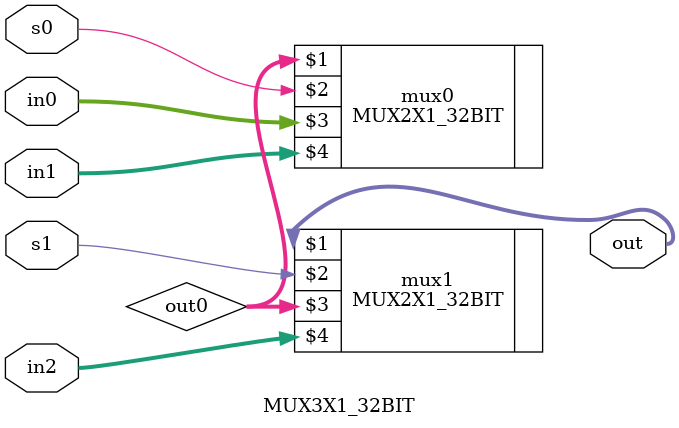
<source format=v>
module MUX3X1_32BIT(out,s1,s0,in0,in1,in2);
   input[31:0] in0,in1,in2;
   input s1,s0;
   output [31:0] out;
   wire [31:0] 	 out0;
   MUX2X1_32BIT mux0(out0,s0,in0,in1);
   MUX2X1_32BIT mux1(out,s1,out0,in2);
endmodule // MUX3X1

</source>
